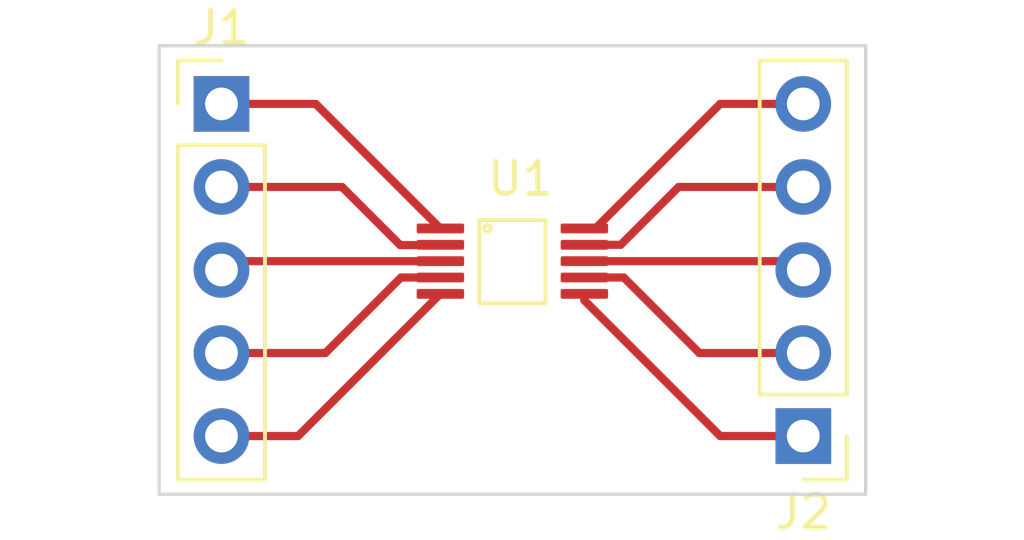
<source format=kicad_pcb>
(kicad_pcb (version 20171130) (host pcbnew "(5.1.4)-1")

  (general
    (thickness 1.6)
    (drawings 4)
    (tracks 28)
    (zones 0)
    (modules 3)
    (nets 11)
  )

  (page A4)
  (layers
    (0 F.Cu signal)
    (31 B.Cu signal)
    (32 B.Adhes user)
    (33 F.Adhes user)
    (34 B.Paste user)
    (35 F.Paste user)
    (36 B.SilkS user)
    (37 F.SilkS user)
    (38 B.Mask user)
    (39 F.Mask user)
    (40 Dwgs.User user)
    (41 Cmts.User user)
    (42 Eco1.User user)
    (43 Eco2.User user)
    (44 Edge.Cuts user)
    (45 Margin user)
    (46 B.CrtYd user)
    (47 F.CrtYd user)
    (48 B.Fab user)
    (49 F.Fab user)
  )

  (setup
    (last_trace_width 0.25)
    (user_trace_width 0.4)
    (trace_clearance 0.2)
    (zone_clearance 0.508)
    (zone_45_only no)
    (trace_min 0.2)
    (via_size 0.8)
    (via_drill 0.4)
    (via_min_size 0.4)
    (via_min_drill 0.3)
    (uvia_size 0.3)
    (uvia_drill 0.1)
    (uvias_allowed no)
    (uvia_min_size 0.2)
    (uvia_min_drill 0.1)
    (edge_width 0.1)
    (segment_width 0.2)
    (pcb_text_width 0.3)
    (pcb_text_size 1.5 1.5)
    (mod_edge_width 0.15)
    (mod_text_size 1 1)
    (mod_text_width 0.15)
    (pad_size 1.7 1.7)
    (pad_drill 1)
    (pad_to_mask_clearance 0)
    (aux_axis_origin 0 0)
    (visible_elements 7FFFFFFF)
    (pcbplotparams
      (layerselection 0x01000_ffffffff)
      (usegerberextensions false)
      (usegerberattributes false)
      (usegerberadvancedattributes false)
      (creategerberjobfile false)
      (excludeedgelayer true)
      (linewidth 0.100000)
      (plotframeref false)
      (viasonmask false)
      (mode 1)
      (useauxorigin false)
      (hpglpennumber 1)
      (hpglpenspeed 20)
      (hpglpendiameter 15.000000)
      (psnegative false)
      (psa4output false)
      (plotreference true)
      (plotvalue false)
      (plotinvisibletext false)
      (padsonsilk false)
      (subtractmaskfromsilk false)
      (outputformat 1)
      (mirror false)
      (drillshape 0)
      (scaleselection 1)
      (outputdirectory "AR_PDM_INA233_breakout_Gerber/"))
  )

  (net 0 "")
  (net 1 "Net-(J1-Pad1)")
  (net 2 "Net-(J1-Pad2)")
  (net 3 "Net-(J1-Pad3)")
  (net 4 "Net-(J1-Pad4)")
  (net 5 "Net-(J1-Pad5)")
  (net 6 IN+)
  (net 7 IN-)
  (net 8 VBUS)
  (net 9 GND)
  (net 10 VS)

  (net_class Default "This is the default net class."
    (clearance 0.2)
    (trace_width 0.25)
    (via_dia 0.8)
    (via_drill 0.4)
    (uvia_dia 0.3)
    (uvia_drill 0.1)
    (add_net GND)
    (add_net IN+)
    (add_net IN-)
    (add_net "Net-(J1-Pad1)")
    (add_net "Net-(J1-Pad2)")
    (add_net "Net-(J1-Pad3)")
    (add_net "Net-(J1-Pad4)")
    (add_net "Net-(J1-Pad5)")
    (add_net VBUS)
    (add_net VS)
  )

  (module Connector_PinHeader_2.54mm:PinHeader_1x05_P2.54mm_Vertical (layer F.Cu) (tedit 59FED5CC) (tstamp 5DD2FB57)
    (at 127.635 80.01)
    (descr "Through hole straight pin header, 1x05, 2.54mm pitch, single row")
    (tags "Through hole pin header THT 1x05 2.54mm single row")
    (path /5DD369A8)
    (fp_text reference J1 (at 0 -2.33) (layer F.SilkS)
      (effects (font (size 1 1) (thickness 0.15)))
    )
    (fp_text value Conn_01x05_Male (at 0 12.49) (layer F.Fab)
      (effects (font (size 1 1) (thickness 0.15)))
    )
    (fp_line (start -0.635 -1.27) (end 1.27 -1.27) (layer F.Fab) (width 0.1))
    (fp_line (start 1.27 -1.27) (end 1.27 11.43) (layer F.Fab) (width 0.1))
    (fp_line (start 1.27 11.43) (end -1.27 11.43) (layer F.Fab) (width 0.1))
    (fp_line (start -1.27 11.43) (end -1.27 -0.635) (layer F.Fab) (width 0.1))
    (fp_line (start -1.27 -0.635) (end -0.635 -1.27) (layer F.Fab) (width 0.1))
    (fp_line (start -1.33 11.49) (end 1.33 11.49) (layer F.SilkS) (width 0.12))
    (fp_line (start -1.33 1.27) (end -1.33 11.49) (layer F.SilkS) (width 0.12))
    (fp_line (start 1.33 1.27) (end 1.33 11.49) (layer F.SilkS) (width 0.12))
    (fp_line (start -1.33 1.27) (end 1.33 1.27) (layer F.SilkS) (width 0.12))
    (fp_line (start -1.33 0) (end -1.33 -1.33) (layer F.SilkS) (width 0.12))
    (fp_line (start -1.33 -1.33) (end 0 -1.33) (layer F.SilkS) (width 0.12))
    (fp_line (start -1.8 -1.8) (end -1.8 11.95) (layer F.CrtYd) (width 0.05))
    (fp_line (start -1.8 11.95) (end 1.8 11.95) (layer F.CrtYd) (width 0.05))
    (fp_line (start 1.8 11.95) (end 1.8 -1.8) (layer F.CrtYd) (width 0.05))
    (fp_line (start 1.8 -1.8) (end -1.8 -1.8) (layer F.CrtYd) (width 0.05))
    (fp_text user %R (at 0 5.08 90) (layer F.Fab)
      (effects (font (size 1 1) (thickness 0.15)))
    )
    (pad 1 thru_hole rect (at 0 0) (size 1.7 1.7) (drill 1) (layers *.Cu *.Mask)
      (net 1 "Net-(J1-Pad1)"))
    (pad 2 thru_hole oval (at 0 2.54) (size 1.7 1.7) (drill 1) (layers *.Cu *.Mask)
      (net 2 "Net-(J1-Pad2)"))
    (pad 3 thru_hole oval (at 0 5.08) (size 1.7 1.7) (drill 1) (layers *.Cu *.Mask)
      (net 3 "Net-(J1-Pad3)"))
    (pad 4 thru_hole oval (at 0 7.62) (size 1.7 1.7) (drill 1) (layers *.Cu *.Mask)
      (net 4 "Net-(J1-Pad4)"))
    (pad 5 thru_hole oval (at 0 10.16) (size 1.7 1.7) (drill 1) (layers *.Cu *.Mask)
      (net 5 "Net-(J1-Pad5)"))
    (model ${KISYS3DMOD}/Connector_PinHeader_2.54mm.3dshapes/PinHeader_1x05_P2.54mm_Vertical.wrl
      (offset (xyz 0 0 -1.5))
      (scale (xyz 1 1 1))
      (rotate (xyz 0 180 0))
    )
  )

  (module Connector_PinHeader_2.54mm:PinHeader_1x05_P2.54mm_Vertical (layer F.Cu) (tedit 59FED5CC) (tstamp 5DD2FB70)
    (at 145.415 90.17 180)
    (descr "Through hole straight pin header, 1x05, 2.54mm pitch, single row")
    (tags "Through hole pin header THT 1x05 2.54mm single row")
    (path /5DD370D3)
    (fp_text reference J2 (at 0 -2.33) (layer F.SilkS)
      (effects (font (size 1 1) (thickness 0.15)))
    )
    (fp_text value Conn_01x05_Male (at 0 12.49) (layer F.Fab)
      (effects (font (size 1 1) (thickness 0.15)))
    )
    (fp_text user %R (at 0 5.08 90) (layer F.Fab)
      (effects (font (size 1 1) (thickness 0.15)))
    )
    (fp_line (start 1.8 -1.8) (end -1.8 -1.8) (layer F.CrtYd) (width 0.05))
    (fp_line (start 1.8 11.95) (end 1.8 -1.8) (layer F.CrtYd) (width 0.05))
    (fp_line (start -1.8 11.95) (end 1.8 11.95) (layer F.CrtYd) (width 0.05))
    (fp_line (start -1.8 -1.8) (end -1.8 11.95) (layer F.CrtYd) (width 0.05))
    (fp_line (start -1.33 -1.33) (end 0 -1.33) (layer F.SilkS) (width 0.12))
    (fp_line (start -1.33 0) (end -1.33 -1.33) (layer F.SilkS) (width 0.12))
    (fp_line (start -1.33 1.27) (end 1.33 1.27) (layer F.SilkS) (width 0.12))
    (fp_line (start 1.33 1.27) (end 1.33 11.49) (layer F.SilkS) (width 0.12))
    (fp_line (start -1.33 1.27) (end -1.33 11.49) (layer F.SilkS) (width 0.12))
    (fp_line (start -1.33 11.49) (end 1.33 11.49) (layer F.SilkS) (width 0.12))
    (fp_line (start -1.27 -0.635) (end -0.635 -1.27) (layer F.Fab) (width 0.1))
    (fp_line (start -1.27 11.43) (end -1.27 -0.635) (layer F.Fab) (width 0.1))
    (fp_line (start 1.27 11.43) (end -1.27 11.43) (layer F.Fab) (width 0.1))
    (fp_line (start 1.27 -1.27) (end 1.27 11.43) (layer F.Fab) (width 0.1))
    (fp_line (start -0.635 -1.27) (end 1.27 -1.27) (layer F.Fab) (width 0.1))
    (pad 5 thru_hole oval (at 0 10.16 180) (size 1.7 1.7) (drill 1) (layers *.Cu *.Mask)
      (net 6 IN+))
    (pad 4 thru_hole oval (at 0 7.62 180) (size 1.7 1.7) (drill 1) (layers *.Cu *.Mask)
      (net 7 IN-))
    (pad 3 thru_hole oval (at 0 5.08 180) (size 1.7 1.7) (drill 1) (layers *.Cu *.Mask)
      (net 8 VBUS))
    (pad 2 thru_hole oval (at 0 2.54 180) (size 1.7 1.7) (drill 1) (layers *.Cu *.Mask)
      (net 9 GND))
    (pad 1 thru_hole rect (at 0 0 180) (size 1.7 1.7) (drill 1) (layers *.Cu *.Mask)
      (net 10 VS))
    (model ${KISYS3DMOD}/Connector_PinHeader_2.54mm.3dshapes/PinHeader_1x05_P2.54mm_Vertical.wrl
      (offset (xyz 0 0 -1.5))
      (scale (xyz 1 1 1))
      (rotate (xyz 0 180 0))
    )
  )

  (module AR_Footprints:INA233 (layer F.Cu) (tedit 5DC14CFD) (tstamp 5DD2FB83)
    (at 136.525 83.82)
    (path /5DD2F90B)
    (fp_text reference U1 (at 0.254 -1.524) (layer F.SilkS)
      (effects (font (size 1 1) (thickness 0.15)))
    )
    (fp_text value INA233 (at 0 3.81) (layer F.Fab)
      (effects (font (size 1 1) (thickness 0.15)))
    )
    (fp_line (start -1.016 -0.254) (end -1.016 2.286) (layer F.SilkS) (width 0.12))
    (fp_line (start -1.016 2.286) (end 1.016 2.286) (layer F.SilkS) (width 0.12))
    (fp_line (start 1.016 2.286) (end 1.016 -0.254) (layer F.SilkS) (width 0.12))
    (fp_line (start 1.016 -0.254) (end -1.016 -0.254) (layer F.SilkS) (width 0.12))
    (fp_circle (center -0.762 0) (end -0.6858 0.0762) (layer F.SilkS) (width 0.12))
    (pad 1 smd roundrect (at -2.2 0 270) (size 0.3 1.45) (layers F.Cu F.Paste F.Mask) (roundrect_rratio 0.167)
      (net 1 "Net-(J1-Pad1)"))
    (pad 2 smd roundrect (at -2.2 0.5 270) (size 0.3 1.45) (layers F.Cu F.Paste F.Mask) (roundrect_rratio 0.167)
      (net 2 "Net-(J1-Pad2)"))
    (pad 3 smd roundrect (at -2.2 1 270) (size 0.3 1.45) (layers F.Cu F.Paste F.Mask) (roundrect_rratio 0.167)
      (net 3 "Net-(J1-Pad3)"))
    (pad 4 smd roundrect (at -2.2 1.5 270) (size 0.3 1.45) (layers F.Cu F.Paste F.Mask) (roundrect_rratio 0.167)
      (net 4 "Net-(J1-Pad4)"))
    (pad 5 smd roundrect (at -2.2 2 270) (size 0.3 1.45) (layers F.Cu F.Paste F.Mask) (roundrect_rratio 0.167)
      (net 5 "Net-(J1-Pad5)"))
    (pad 10 smd roundrect (at 2.2 0 270) (size 0.3 1.45) (layers F.Cu F.Paste F.Mask) (roundrect_rratio 0.167)
      (net 6 IN+))
    (pad 9 smd roundrect (at 2.2 0.5 270) (size 0.3 1.45) (layers F.Cu F.Paste F.Mask) (roundrect_rratio 0.167)
      (net 7 IN-))
    (pad 8 smd roundrect (at 2.2 1 270) (size 0.3 1.45) (layers F.Cu F.Paste F.Mask) (roundrect_rratio 0.167)
      (net 8 VBUS))
    (pad 7 smd roundrect (at 2.2 1.5 270) (size 0.3 1.45) (layers F.Cu F.Paste F.Mask) (roundrect_rratio 0.167)
      (net 9 GND))
    (pad 6 smd roundrect (at 2.2 2 270) (size 0.3 1.45) (layers F.Cu F.Paste F.Mask) (roundrect_rratio 0.167)
      (net 10 VS))
  )

  (gr_line (start 125.73 91.948) (end 147.32 91.948) (layer Edge.Cuts) (width 0.1) (tstamp 5DD30267))
  (gr_line (start 125.73 78.232) (end 125.73 91.948) (layer Edge.Cuts) (width 0.1))
  (gr_line (start 147.32 78.232) (end 125.73 78.232) (layer Edge.Cuts) (width 0.1))
  (gr_line (start 147.32 91.948) (end 147.32 78.232) (layer Edge.Cuts) (width 0.1))

  (segment (start 130.515 80.01) (end 127.635 80.01) (width 0.25) (layer F.Cu) (net 1))
  (segment (start 134.325 83.82) (end 130.515 80.01) (width 0.25) (layer F.Cu) (net 1))
  (segment (start 131.318 82.55) (end 127.635 82.55) (width 0.25) (layer F.Cu) (net 2))
  (segment (start 133.096 84.328) (end 131.318 82.55) (width 0.25) (layer F.Cu) (net 2))
  (segment (start 133.858 84.328) (end 133.096 84.328) (width 0.25) (layer F.Cu) (net 2))
  (segment (start 134.325 84.32) (end 133.866 84.32) (width 0.25) (layer F.Cu) (net 2))
  (segment (start 133.866 84.32) (end 133.858 84.328) (width 0.25) (layer F.Cu) (net 2))
  (segment (start 127.905 84.82) (end 127.635 85.09) (width 0.25) (layer F.Cu) (net 3))
  (segment (start 134.325 84.82) (end 127.905 84.82) (width 0.25) (layer F.Cu) (net 3))
  (segment (start 134.325 85.32) (end 133.12 85.32) (width 0.25) (layer F.Cu) (net 4))
  (segment (start 130.81 87.63) (end 127.635 87.63) (width 0.25) (layer F.Cu) (net 4))
  (segment (start 133.12 85.32) (end 130.81 87.63) (width 0.25) (layer F.Cu) (net 4))
  (segment (start 129.975 90.17) (end 127.635 90.17) (width 0.25) (layer F.Cu) (net 5))
  (segment (start 134.325 85.82) (end 129.975 90.17) (width 0.25) (layer F.Cu) (net 5))
  (segment (start 142.875 80.01) (end 145.415 80.01) (width 0.25) (layer F.Cu) (net 6))
  (segment (start 138.725 83.82) (end 139.065 83.82) (width 0.25) (layer F.Cu) (net 6))
  (segment (start 139.065 83.82) (end 142.875 80.01) (width 0.25) (layer F.Cu) (net 6))
  (segment (start 141.605 82.55) (end 145.415 82.55) (width 0.25) (layer F.Cu) (net 7))
  (segment (start 138.725 84.32) (end 139.835 84.32) (width 0.25) (layer F.Cu) (net 7))
  (segment (start 139.835 84.32) (end 141.605 82.55) (width 0.25) (layer F.Cu) (net 7))
  (segment (start 145.145 84.82) (end 145.415 85.09) (width 0.25) (layer F.Cu) (net 8))
  (segment (start 138.725 84.82) (end 145.145 84.82) (width 0.25) (layer F.Cu) (net 8))
  (segment (start 142.24 87.63) (end 145.415 87.63) (width 0.25) (layer F.Cu) (net 9))
  (segment (start 138.725 85.32) (end 139.93 85.32) (width 0.25) (layer F.Cu) (net 9))
  (segment (start 139.93 85.32) (end 142.24 87.63) (width 0.25) (layer F.Cu) (net 9))
  (segment (start 142.875 90.17) (end 145.415 90.17) (width 0.25) (layer F.Cu) (net 10))
  (segment (start 138.725 85.82) (end 138.725 86.02) (width 0.25) (layer F.Cu) (net 10))
  (segment (start 138.725 86.02) (end 142.875 90.17) (width 0.25) (layer F.Cu) (net 10))

)

</source>
